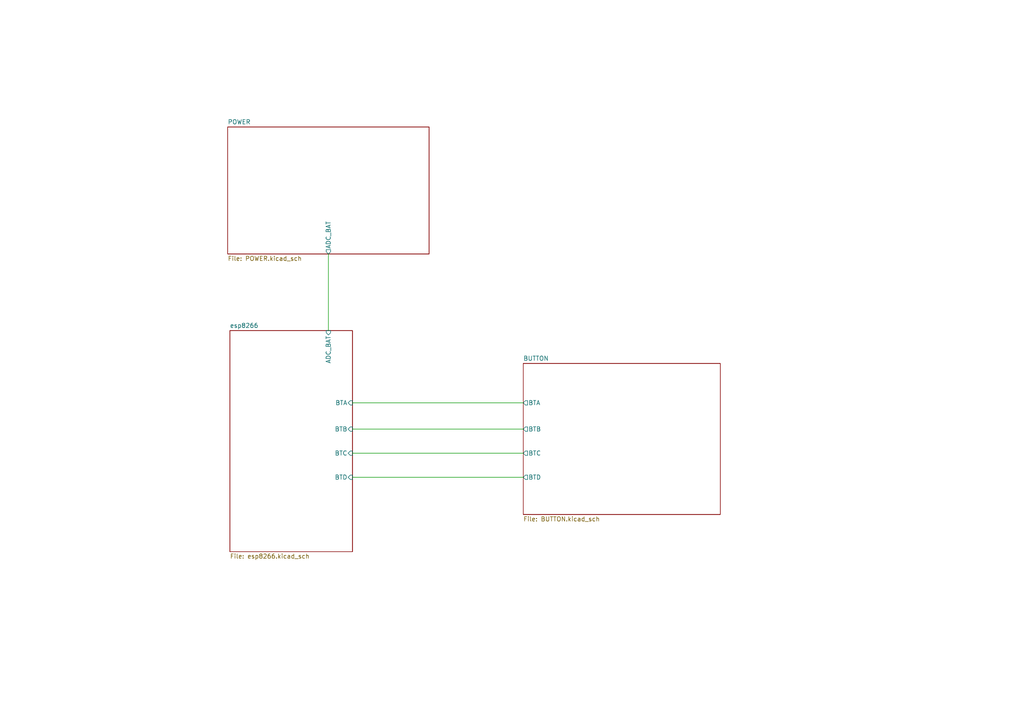
<source format=kicad_sch>
(kicad_sch (version 20230121) (generator eeschema)
  (paper "A4")
  (lib_symbols)
  (wire (pts (xy 102.235 116.84) (xy 151.765 116.84)))
  (wire (pts (xy 102.235 131.445) (xy 151.765 131.445)))
  (wire (pts (xy 102.235 124.46) (xy 151.765 124.46)))
  (wire (pts (xy 95.25 73.66) (xy 95.25 95.885)))
  (wire (pts (xy 102.235 138.43) (xy 151.765 138.43)))
  (sheet (at 151.765 105.41) (size 57.15 43.815) (stroke (width 0.1524))
    (property "Sheetname" "BUTTON" (at 151.765 104.6984 0) (effects (justify left bottom)))
    (property "Sheetfile" "BUTTON.kicad_sch" (at 151.765 149.8096 0) (effects (justify left top)))
    (pin "BTC" output (at 151.765 131.445 180))
    (pin "BTB" output (at 151.765 124.46 180))
    (pin "BTA" output (at 151.765 116.84 180))
    (pin "BTD" output (at 151.765 138.43 180))
  )
  (sheet (at 66.04 36.83) (size 58.42 36.83) (stroke (width 0.1524))
    (property "Sheetname" "POWER" (at 66.04 36.1184 0) (effects (justify left bottom)))
    (property "Sheetfile" "POWER.kicad_sch" (at 66.04 74.2446 0) (effects (justify left top)))
    (pin "ADC_BAT" output (at 95.25 73.66 270))
  )
  (sheet (at 66.675 95.885) (size 35.56 64.135) (stroke (width 0.1524))
    (property "Sheetname" "esp8266" (at 66.675 95.1734 0) (effects (justify left bottom)))
    (property "Sheetfile" "esp8266.kicad_sch" (at 66.675 160.6046 0) (effects (justify left top)))
    (pin "BTD" input (at 102.235 138.43 0))
    (pin "BTC" input (at 102.235 131.445 0))
    (pin "BTB" input (at 102.235 124.46 0))
    (pin "BTA" input (at 102.235 116.84 0))
    (pin "ADC_BAT" input (at 95.25 95.885 90))
  )
)
</source>
